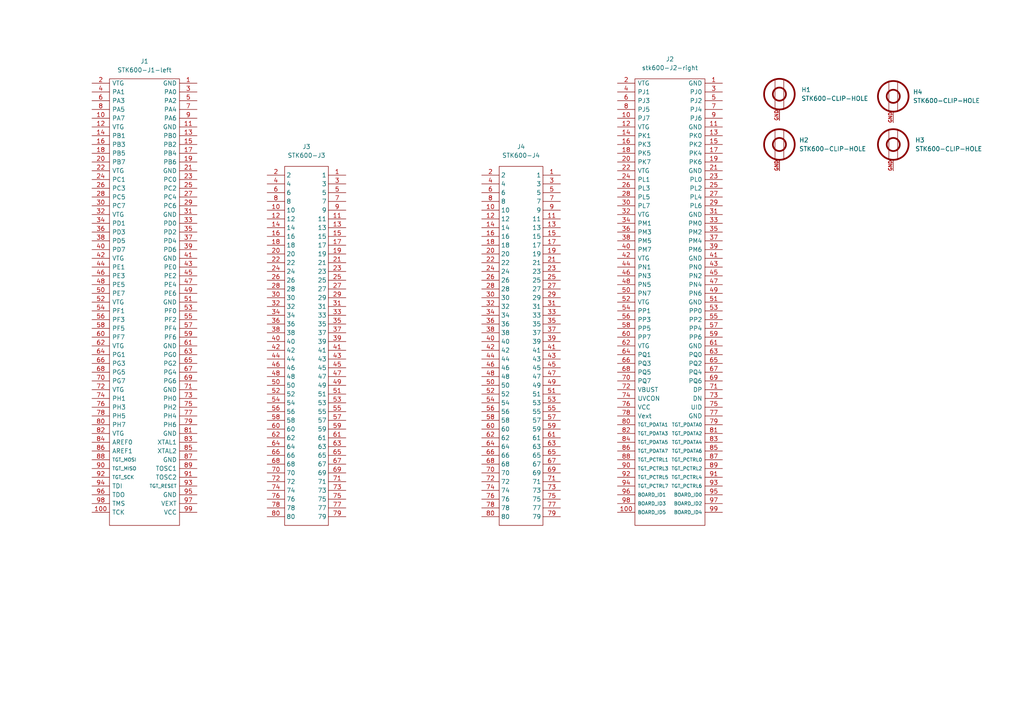
<source format=kicad_sch>
(kicad_sch (version 20211123) (generator eeschema)
  (paper "A4")
  (lib_symbols
    (symbol "my_symbols:STK600-CLIP-HOLE"
      (property "Reference" "H" (at 0 0 0))
      (property "Value" "STK600-CLIP-HOLE" (at 0 -1.905 0))
      (symbol "STK600-CLIP-HOLE_0_1"
        (rectangle (start -1.27 -4.445) (end 1.27 -13.335))
        (circle (center 0 -8.89) (radius 1.905) (stroke (width 0.5)))
        (circle (center 0 -8.89) (radius 4.445) (stroke (width 0.5)))
      )
      (symbol "STK600-CLIP-HOLE_1_1"
        (pin input line (at 0 -16.51 90) (length 3) (name "") (number "GND"))
      )
    )
    (symbol "my_symbols:STK600-J1-left" (pin_names (offset 0.762))
      (property "Reference" "J" (at 14.605 1.27 0))
      (property "Value" "STK600-J1-left" (at 14.605 -1.27 0))
      (symbol "STK600-J1-left_0_0"
        (pin passive line (at 37.465 -4.445 180) (length 5.08) (name "GND") (number "1"))
        (pin passive line (at 6.985 -14.605 0) (length 5.08) (name "PA7") (number "10"))
        (pin passive line (at 6.985 -128.905 0) (length 5.08) (name "TCK") (number "100"))
        (pin passive line (at 37.465 -17.145 180) (length 5.08) (name "GND") (number "11"))
        (pin passive line (at 6.985 -17.145 0) (length 5.08) (name "VTG") (number "12"))
        (pin passive line (at 37.465 -19.685 180) (length 5.08) (name "PB0") (number "13"))
        (pin passive line (at 6.985 -19.685 0) (length 5.08) (name "PB1") (number "14"))
        (pin passive line (at 37.465 -22.225 180) (length 5.08) (name "PB2") (number "15"))
        (pin passive line (at 6.985 -22.225 0) (length 5.08) (name "PB3") (number "16"))
        (pin passive line (at 37.465 -24.765 180) (length 5.08) (name "PB4") (number "17"))
        (pin passive line (at 6.985 -24.765 0) (length 5.08) (name "PB5") (number "18"))
        (pin passive line (at 37.465 -27.305 180) (length 5.08) (name "PB6") (number "19"))
        (pin passive line (at 6.985 -4.445 0) (length 5.08) (name "VTG") (number "2"))
        (pin passive line (at 6.985 -27.305 0) (length 5.08) (name "PB7") (number "20"))
        (pin passive line (at 37.465 -29.845 180) (length 5.08) (name "GND") (number "21"))
        (pin passive line (at 6.985 -29.845 0) (length 5.08) (name "VTG") (number "22"))
        (pin passive line (at 37.465 -32.385 180) (length 5.08) (name "PC0") (number "23"))
        (pin passive line (at 6.985 -32.385 0) (length 5.08) (name "PC1") (number "24"))
        (pin passive line (at 37.465 -34.925 180) (length 5.08) (name "PC2") (number "25"))
        (pin passive line (at 6.985 -34.925 0) (length 5.08) (name "PC3") (number "26"))
        (pin passive line (at 37.465 -37.465 180) (length 5.08) (name "PC4") (number "27"))
        (pin passive line (at 6.985 -37.465 0) (length 5.08) (name "PC5") (number "28"))
        (pin passive line (at 37.465 -40.005 180) (length 5.08) (name "PC6") (number "29"))
        (pin passive line (at 37.465 -6.985 180) (length 5.08) (name "PA0") (number "3"))
        (pin passive line (at 6.985 -40.005 0) (length 5.08) (name "PC7") (number "30"))
        (pin passive line (at 37.465 -42.545 180) (length 5.08) (name "GND") (number "31"))
        (pin passive line (at 6.985 -42.545 0) (length 5.08) (name "VTG") (number "32"))
        (pin passive line (at 37.465 -45.085 180) (length 5.08) (name "PD0") (number "33"))
        (pin passive line (at 6.985 -45.085 0) (length 5.08) (name "PD1") (number "34"))
        (pin passive line (at 37.465 -47.625 180) (length 5.08) (name "PD2") (number "35"))
        (pin passive line (at 6.985 -47.625 0) (length 5.08) (name "PD3") (number "36"))
        (pin passive line (at 37.465 -50.165 180) (length 5.08) (name "PD4") (number "37"))
        (pin passive line (at 6.985 -50.165 0) (length 5.08) (name "PD5") (number "38"))
        (pin passive line (at 37.465 -52.705 180) (length 5.08) (name "PD6") (number "39"))
        (pin passive line (at 6.985 -6.985 0) (length 5.08) (name "PA1") (number "4"))
        (pin passive line (at 6.985 -52.705 0) (length 5.08) (name "PD7") (number "40"))
        (pin passive line (at 37.465 -55.245 180) (length 5.08) (name "GND") (number "41"))
        (pin passive line (at 6.985 -55.245 0) (length 5.08) (name "VTG") (number "42"))
        (pin passive line (at 37.465 -57.785 180) (length 5.08) (name "PE0") (number "43"))
        (pin passive line (at 6.985 -57.785 0) (length 5.08) (name "PE1") (number "44"))
        (pin passive line (at 37.465 -60.325 180) (length 5.08) (name "PE2") (number "45"))
        (pin passive line (at 6.985 -60.325 0) (length 5.08) (name "PE3") (number "46"))
        (pin passive line (at 37.465 -62.865 180) (length 5.08) (name "PE4") (number "47"))
        (pin passive line (at 6.985 -62.865 0) (length 5.08) (name "PE5") (number "48"))
        (pin passive line (at 37.465 -65.405 180) (length 5.08) (name "PE6") (number "49"))
        (pin passive line (at 37.465 -9.525 180) (length 5.08) (name "PA2") (number "5"))
        (pin passive line (at 6.985 -65.405 0) (length 5.08) (name "PE7") (number "50"))
        (pin passive line (at 37.465 -67.945 180) (length 5.08) (name "GND") (number "51"))
        (pin passive line (at 6.985 -67.945 0) (length 5.08) (name "VTG") (number "52"))
        (pin passive line (at 37.465 -70.485 180) (length 5.08) (name "PF0") (number "53"))
        (pin passive line (at 6.985 -70.485 0) (length 5.08) (name "PF1") (number "54"))
        (pin passive line (at 37.465 -73.025 180) (length 5.08) (name "PF2") (number "55"))
        (pin passive line (at 6.985 -73.025 0) (length 5.08) (name "PF3") (number "56"))
        (pin passive line (at 37.465 -75.565 180) (length 5.08) (name "PF4") (number "57"))
        (pin passive line (at 6.985 -75.565 0) (length 5.08) (name "PF5") (number "58"))
        (pin passive line (at 37.465 -78.105 180) (length 5.08) (name "PF6") (number "59"))
        (pin passive line (at 6.985 -9.525 0) (length 5.08) (name "PA3") (number "6"))
        (pin passive line (at 6.985 -78.105 0) (length 5.08) (name "PF7") (number "60"))
        (pin passive line (at 37.465 -80.645 180) (length 5.08) (name "GND") (number "61"))
        (pin passive line (at 6.985 -80.645 0) (length 5.08) (name "VTG") (number "62"))
        (pin passive line (at 37.465 -83.185 180) (length 5.08) (name "PG0") (number "63"))
        (pin passive line (at 6.985 -83.185 0) (length 5.08) (name "PG1") (number "64"))
        (pin passive line (at 37.465 -85.725 180) (length 5.08) (name "PG2") (number "65"))
        (pin passive line (at 6.985 -85.725 0) (length 5.08) (name "PG3") (number "66"))
        (pin passive line (at 37.465 -88.265 180) (length 5.08) (name "PG4") (number "67"))
        (pin passive line (at 6.985 -88.265 0) (length 5.08) (name "PG5") (number "68"))
        (pin passive line (at 37.465 -90.805 180) (length 5.08) (name "PG6") (number "69"))
        (pin passive line (at 37.465 -12.065 180) (length 5.08) (name "PA4") (number "7"))
        (pin passive line (at 6.985 -90.805 0) (length 5.08) (name "PG7") (number "70"))
        (pin passive line (at 37.465 -93.345 180) (length 5.08) (name "GND") (number "71"))
        (pin passive line (at 6.985 -93.345 0) (length 5.08) (name "VTG") (number "72"))
        (pin passive line (at 37.465 -95.885 180) (length 5.08) (name "PH0") (number "73"))
        (pin passive line (at 6.985 -95.885 0) (length 5.08) (name "PH1") (number "74"))
        (pin passive line (at 37.465 -98.425 180) (length 5.08) (name "PH2") (number "75"))
        (pin passive line (at 6.985 -98.425 0) (length 5.08) (name "PH3") (number "76"))
        (pin passive line (at 37.465 -100.965 180) (length 5.08) (name "PH4") (number "77"))
        (pin passive line (at 6.985 -100.965 0) (length 5.08) (name "PH5") (number "78"))
        (pin passive line (at 37.465 -103.505 180) (length 5.08) (name "PH6") (number "79"))
        (pin passive line (at 6.985 -12.065 0) (length 5.08) (name "PA5") (number "8"))
        (pin passive line (at 6.985 -103.505 0) (length 5.08) (name "PH7") (number "80"))
        (pin passive line (at 37.465 -106.045 180) (length 5.08) (name "GND") (number "81"))
        (pin passive line (at 6.985 -106.045 0) (length 5.08) (name "VTG") (number "82"))
        (pin passive line (at 37.465 -108.585 180) (length 5.08) (name "XTAL1") (number "83"))
        (pin passive line (at 6.985 -108.585 0) (length 5.08) (name "AREF0") (number "84"))
        (pin passive line (at 37.465 -111.125 180) (length 5.08) (name "XTAL2") (number "85"))
        (pin passive line (at 6.985 -111.125 0) (length 5.08) (name "AREF1") (number "86"))
        (pin passive line (at 37.465 -113.665 180) (length 5.08) (name "GND") (number "87"))
        (pin passive line (at 6.985 -113.665 0) (length 5.08) (name "TGT_MOSI") (number "88"))
        (pin passive line (at 37.465 -116.205 180) (length 5.08) (name "TOSC1") (number "89"))
        (pin passive line (at 37.465 -14.605 180) (length 5.08) (name "PA6") (number "9"))
        (pin passive line (at 6.985 -116.205 0) (length 5.08) (name "TGT_MISO") (number "90"))
        (pin passive line (at 37.465 -118.745 180) (length 5.08) (name "TOSC2") (number "91"))
        (pin passive line (at 6.985 -118.745 0) (length 5.08) (name "TGT_SCK") (number "92"))
        (pin passive line (at 37.465 -121.285 180) (length 5.08) (name "TGT_RESET") (number "93"))
        (pin passive line (at 6.985 -121.285 0) (length 5.08) (name "TDI") (number "94"))
        (pin passive line (at 37.465 -123.825 180) (length 5.08) (name "GND") (number "95"))
        (pin passive line (at 6.985 -123.825 0) (length 5.08) (name "TDO") (number "96"))
        (pin passive line (at 37.465 -126.365 180) (length 5.08) (name "VEXT") (number "97"))
        (pin passive line (at 6.985 -126.365 0) (length 5.08) (name "TMS") (number "98"))
        (pin passive line (at 37.465 -128.905 180) (length 5.08) (name "VCC") (number "99"))
      )
      (symbol "STK600-J1-left_0_1"
        (polyline (pts (xy 12.065 -3.175) (xy 32.385 -3.175) (xy 32.385 -132.715) (xy 12.065 -132.715) (xy 12.065 -3.175)) (stroke (width 0.1524)))
      )
    )
    (symbol "my_symbols:STK600-J3"
      (property "Reference" "J" (at 0 -1.905 0))
      (property "Value" "STK600-J3" (at 0 -3.81 0))
      (symbol "STK600-J3_0_0"
        (pin passive line (at 11.43 -7.62 180) (length 5.08) (name "1") (number "1"))
        (pin passive line (at -11.43 -17.78 0) (length 5.08) (name "10") (number "10"))
        (pin passive line (at 11.43 -20.32 180) (length 5.08) (name "11") (number "11"))
        (pin passive line (at -11.43 -20.32 0) (length 5.08) (name "12") (number "12"))
        (pin passive line (at 11.43 -22.86 180) (length 5.08) (name "13") (number "13"))
        (pin passive line (at -11.43 -22.86 0) (length 5.08) (name "14") (number "14"))
        (pin passive line (at 11.43 -25.4 180) (length 5.08) (name "15") (number "15"))
        (pin passive line (at -11.43 -25.4 0) (length 5.08) (name "16") (number "16"))
        (pin passive line (at 11.43 -27.94 180) (length 5.08) (name "17") (number "17"))
        (pin passive line (at -11.43 -27.94 0) (length 5.08) (name "18") (number "18"))
        (pin passive line (at 11.43 -30.48 180) (length 5.08) (name "19") (number "19"))
        (pin passive line (at -11.43 -7.62 0) (length 5.08) (name "2") (number "2"))
        (pin passive line (at -11.43 -30.48 0) (length 5.08) (name "20") (number "20"))
        (pin passive line (at 11.43 -33.02 180) (length 5.08) (name "21") (number "21"))
        (pin passive line (at -11.43 -33.02 0) (length 5.08) (name "22") (number "22"))
        (pin passive line (at 11.43 -35.56 180) (length 5.08) (name "23") (number "23"))
        (pin passive line (at -11.43 -35.56 0) (length 5.08) (name "24") (number "24"))
        (pin passive line (at 11.43 -38.1 180) (length 5.08) (name "25") (number "25"))
        (pin passive line (at -11.43 -38.1 0) (length 5.08) (name "26") (number "26"))
        (pin passive line (at 11.43 -40.64 180) (length 5.08) (name "27") (number "27"))
        (pin passive line (at -11.43 -40.64 0) (length 5.08) (name "28") (number "28"))
        (pin passive line (at 11.43 -43.18 180) (length 5.08) (name "29") (number "29"))
        (pin passive line (at 11.43 -10.16 180) (length 5.08) (name "3") (number "3"))
        (pin passive line (at -11.43 -43.18 0) (length 5.08) (name "30") (number "30"))
        (pin passive line (at 11.43 -45.72 180) (length 5.08) (name "31") (number "31"))
        (pin passive line (at -11.43 -45.72 0) (length 5.08) (name "32") (number "32"))
        (pin passive line (at 11.43 -48.26 180) (length 5.08) (name "33") (number "33"))
        (pin passive line (at -11.43 -48.26 0) (length 5.08) (name "34") (number "34"))
        (pin passive line (at 11.43 -50.8 180) (length 5.08) (name "35") (number "35"))
        (pin passive line (at -11.43 -50.8 0) (length 5.08) (name "36") (number "36"))
        (pin passive line (at 11.43 -53.34 180) (length 5.08) (name "37") (number "37"))
        (pin passive line (at -11.43 -53.34 0) (length 5.08) (name "38") (number "38"))
        (pin passive line (at 11.43 -55.88 180) (length 5.08) (name "39") (number "39"))
        (pin passive line (at -11.43 -10.16 0) (length 5.08) (name "4") (number "4"))
        (pin passive line (at -11.43 -55.88 0) (length 5.08) (name "40") (number "40"))
        (pin passive line (at 11.43 -58.42 180) (length 5.08) (name "41") (number "41"))
        (pin passive line (at -11.43 -58.42 0) (length 5.08) (name "42") (number "42"))
        (pin passive line (at 11.43 -60.96 180) (length 5.08) (name "43") (number "43"))
        (pin passive line (at -11.43 -60.96 0) (length 5.08) (name "44") (number "44"))
        (pin passive line (at 11.43 -63.5 180) (length 5.08) (name "45") (number "45"))
        (pin passive line (at -11.43 -63.5 0) (length 5.08) (name "46") (number "46"))
        (pin passive line (at 11.43 -66.04 180) (length 5.08) (name "47") (number "47"))
        (pin passive line (at -11.43 -66.04 0) (length 5.08) (name "48") (number "48"))
        (pin passive line (at 11.43 -68.58 180) (length 5.08) (name "49") (number "49"))
        (pin passive line (at 11.43 -12.7 180) (length 5.08) (name "5") (number "5"))
        (pin passive line (at -11.43 -68.58 0) (length 5.08) (name "50") (number "50"))
        (pin passive line (at 11.43 -71.12 180) (length 5.08) (name "51") (number "51"))
        (pin passive line (at -11.43 -71.12 0) (length 5.08) (name "52") (number "52"))
        (pin passive line (at 11.43 -73.66 180) (length 5.08) (name "53") (number "53"))
        (pin passive line (at -11.43 -73.66 0) (length 5.08) (name "54") (number "54"))
        (pin passive line (at 11.43 -76.2 180) (length 5.08) (name "55") (number "55"))
        (pin passive line (at -11.43 -76.2 0) (length 5.08) (name "56") (number "56"))
        (pin passive line (at 11.43 -78.74 180) (length 5.08) (name "57") (number "57"))
        (pin passive line (at -11.43 -78.74 0) (length 5.08) (name "58") (number "58"))
        (pin passive line (at 11.43 -81.28 180) (length 5.08) (name "59") (number "59"))
        (pin passive line (at -11.43 -12.7 0) (length 5.08) (name "6") (number "6"))
        (pin passive line (at -11.43 -81.28 0) (length 5.08) (name "60") (number "60"))
        (pin passive line (at 11.43 -83.82 180) (length 5.08) (name "61") (number "61"))
        (pin passive line (at -11.43 -83.82 0) (length 5.08) (name "62") (number "62"))
        (pin passive line (at 11.43 -86.36 180) (length 5.08) (name "63") (number "63"))
        (pin passive line (at -11.43 -86.36 0) (length 5.08) (name "64") (number "64"))
        (pin passive line (at 11.43 -88.9 180) (length 5.08) (name "65") (number "65"))
        (pin passive line (at -11.43 -88.9 0) (length 5.08) (name "66") (number "66"))
        (pin passive line (at 11.43 -91.44 180) (length 5.08) (name "67") (number "67"))
        (pin passive line (at -11.43 -91.44 0) (length 5.08) (name "68") (number "68"))
        (pin passive line (at 11.43 -93.98 180) (length 5.08) (name "69") (number "69"))
        (pin passive line (at 11.43 -15.24 180) (length 5.08) (name "7") (number "7"))
        (pin passive line (at -11.43 -93.98 0) (length 5.08) (name "70") (number "70"))
        (pin passive line (at 11.43 -96.52 180) (length 5.08) (name "71") (number "71"))
        (pin passive line (at -11.43 -96.52 0) (length 5.08) (name "72") (number "72"))
        (pin passive line (at 11.43 -99.06 180) (length 5.08) (name "73") (number "73"))
        (pin passive line (at -11.43 -99.06 0) (length 5.08) (name "74") (number "74"))
        (pin passive line (at 11.43 -101.6 180) (length 5.08) (name "75") (number "75"))
        (pin passive line (at -11.43 -101.6 0) (length 5.08) (name "76") (number "76"))
        (pin passive line (at 11.43 -104.14 180) (length 5.08) (name "77") (number "77"))
        (pin passive line (at -11.43 -104.14 0) (length 5.08) (name "78") (number "78"))
        (pin passive line (at 11.43 -106.68 180) (length 5.08) (name "79") (number "79"))
        (pin passive line (at -11.43 -15.24 0) (length 5.08) (name "8") (number "8"))
        (pin passive line (at -11.43 -106.68 0) (length 5.08) (name "80") (number "80"))
        (pin passive line (at 11.43 -17.78 180) (length 5.08) (name "9") (number "9"))
      )
      (symbol "STK600-J3_0_1"
        (polyline (pts (xy -6.35 -5.08) (xy 6.35 -5.08) (xy 6.35 -109.22) (xy -6.35 -109.22) (xy -6.35 -5.08)) (stroke (width 0.1524)))
      )
    )
    (symbol "my_symbols:STK600-J4"
      (property "Reference" "J" (at 0 -1.905 0))
      (property "Value" "STK600-J4" (at 0 -3.81 0))
      (symbol "STK600-J4_0_0"
        (pin passive line (at 11.43 -7.62 180) (length 5.08) (name "1") (number "1"))
        (pin passive line (at -11.43 -17.78 0) (length 5.08) (name "10") (number "10"))
        (pin passive line (at 11.43 -20.32 180) (length 5.08) (name "11") (number "11"))
        (pin passive line (at -11.43 -20.32 0) (length 5.08) (name "12") (number "12"))
        (pin passive line (at 11.43 -22.86 180) (length 5.08) (name "13") (number "13"))
        (pin passive line (at -11.43 -22.86 0) (length 5.08) (name "14") (number "14"))
        (pin passive line (at 11.43 -25.4 180) (length 5.08) (name "15") (number "15"))
        (pin passive line (at -11.43 -25.4 0) (length 5.08) (name "16") (number "16"))
        (pin passive line (at 11.43 -27.94 180) (length 5.08) (name "17") (number "17"))
        (pin passive line (at -11.43 -27.94 0) (length 5.08) (name "18") (number "18"))
        (pin passive line (at 11.43 -30.48 180) (length 5.08) (name "19") (number "19"))
        (pin passive line (at -11.43 -7.62 0) (length 5.08) (name "2") (number "2"))
        (pin passive line (at -11.43 -30.48 0) (length 5.08) (name "20") (number "20"))
        (pin passive line (at 11.43 -33.02 180) (length 5.08) (name "21") (number "21"))
        (pin passive line (at -11.43 -33.02 0) (length 5.08) (name "22") (number "22"))
        (pin passive line (at 11.43 -35.56 180) (length 5.08) (name "23") (number "23"))
        (pin passive line (at -11.43 -35.56 0) (length 5.08) (name "24") (number "24"))
        (pin passive line (at 11.43 -38.1 180) (length 5.08) (name "25") (number "25"))
        (pin passive line (at -11.43 -38.1 0) (length 5.08) (name "26") (number "26"))
        (pin passive line (at 11.43 -40.64 180) (length 5.08) (name "27") (number "27"))
        (pin passive line (at -11.43 -40.64 0) (length 5.08) (name "28") (number "28"))
        (pin passive line (at 11.43 -43.18 180) (length 5.08) (name "29") (number "29"))
        (pin passive line (at 11.43 -10.16 180) (length 5.08) (name "3") (number "3"))
        (pin passive line (at -11.43 -43.18 0) (length 5.08) (name "30") (number "30"))
        (pin passive line (at 11.43 -45.72 180) (length 5.08) (name "31") (number "31"))
        (pin passive line (at -11.43 -45.72 0) (length 5.08) (name "32") (number "32"))
        (pin passive line (at 11.43 -48.26 180) (length 5.08) (name "33") (number "33"))
        (pin passive line (at -11.43 -48.26 0) (length 5.08) (name "34") (number "34"))
        (pin passive line (at 11.43 -50.8 180) (length 5.08) (name "35") (number "35"))
        (pin passive line (at -11.43 -50.8 0) (length 5.08) (name "36") (number "36"))
        (pin passive line (at 11.43 -53.34 180) (length 5.08) (name "37") (number "37"))
        (pin passive line (at -11.43 -53.34 0) (length 5.08) (name "38") (number "38"))
        (pin passive line (at 11.43 -55.88 180) (length 5.08) (name "39") (number "39"))
        (pin passive line (at -11.43 -10.16 0) (length 5.08) (name "4") (number "4"))
        (pin passive line (at -11.43 -55.88 0) (length 5.08) (name "40") (number "40"))
        (pin passive line (at 11.43 -58.42 180) (length 5.08) (name "41") (number "41"))
        (pin passive line (at -11.43 -58.42 0) (length 5.08) (name "42") (number "42"))
        (pin passive line (at 11.43 -60.96 180) (length 5.08) (name "43") (number "43"))
        (pin passive line (at -11.43 -60.96 0) (length 5.08) (name "44") (number "44"))
        (pin passive line (at 11.43 -63.5 180) (length 5.08) (name "45") (number "45"))
        (pin passive line (at -11.43 -63.5 0) (length 5.08) (name "46") (number "46"))
        (pin passive line (at 11.43 -66.04 180) (length 5.08) (name "47") (number "47"))
        (pin passive line (at -11.43 -66.04 0) (length 5.08) (name "48") (number "48"))
        (pin passive line (at 11.43 -68.58 180) (length 5.08) (name "49") (number "49"))
        (pin passive line (at 11.43 -12.7 180) (length 5.08) (name "5") (number "5"))
        (pin passive line (at -11.43 -68.58 0) (length 5.08) (name "50") (number "50"))
        (pin passive line (at 11.43 -71.12 180) (length 5.08) (name "51") (number "51"))
        (pin passive line (at -11.43 -71.12 0) (length 5.08) (name "52") (number "52"))
        (pin passive line (at 11.43 -73.66 180) (length 5.08) (name "53") (number "53"))
        (pin passive line (at -11.43 -73.66 0) (length 5.08) (name "54") (number "54"))
        (pin passive line (at 11.43 -76.2 180) (length 5.08) (name "55") (number "55"))
        (pin passive line (at -11.43 -76.2 0) (length 5.08) (name "56") (number "56"))
        (pin passive line (at 11.43 -78.74 180) (length 5.08) (name "57") (number "57"))
        (pin passive line (at -11.43 -78.74 0) (length 5.08) (name "58") (number "58"))
        (pin passive line (at 11.43 -81.28 180) (length 5.08) (name "59") (number "59"))
        (pin passive line (at -11.43 -12.7 0) (length 5.08) (name "6") (number "6"))
        (pin passive line (at -11.43 -81.28 0) (length 5.08) (name "60") (number "60"))
        (pin passive line (at 11.43 -83.82 180) (length 5.08) (name "61") (number "61"))
        (pin passive line (at -11.43 -83.82 0) (length 5.08) (name "62") (number "62"))
        (pin passive line (at 11.43 -86.36 180) (length 5.08) (name "63") (number "63"))
        (pin passive line (at -11.43 -86.36 0) (length 5.08) (name "64") (number "64"))
        (pin passive line (at 11.43 -88.9 180) (length 5.08) (name "65") (number "65"))
        (pin passive line (at -11.43 -88.9 0) (length 5.08) (name "66") (number "66"))
        (pin passive line (at 11.43 -91.44 180) (length 5.08) (name "67") (number "67"))
        (pin passive line (at -11.43 -91.44 0) (length 5.08) (name "68") (number "68"))
        (pin passive line (at 11.43 -93.98 180) (length 5.08) (name "69") (number "69"))
        (pin passive line (at 11.43 -15.24 180) (length 5.08) (name "7") (number "7"))
        (pin passive line (at -11.43 -93.98 0) (length 5.08) (name "70") (number "70"))
        (pin passive line (at 11.43 -96.52 180) (length 5.08) (name "71") (number "71"))
        (pin passive line (at -11.43 -96.52 0) (length 5.08) (name "72") (number "72"))
        (pin passive line (at 11.43 -99.06 180) (length 5.08) (name "73") (number "73"))
        (pin passive line (at -11.43 -99.06 0) (length 5.08) (name "74") (number "74"))
        (pin passive line (at 11.43 -101.6 180) (length 5.08) (name "75") (number "75"))
        (pin passive line (at -11.43 -101.6 0) (length 5.08) (name "76") (number "76"))
        (pin passive line (at 11.43 -104.14 180) (length 5.08) (name "77") (number "77"))
        (pin passive line (at -11.43 -104.14 0) (length 5.08) (name "78") (number "78"))
        (pin passive line (at 11.43 -106.68 180) (length 5.08) (name "79") (number "79"))
        (pin passive line (at -11.43 -15.24 0) (length 5.08) (name "8") (number "8"))
        (pin passive line (at -11.43 -106.68 0) (length 5.08) (name "80") (number "80"))
        (pin passive line (at 11.43 -17.78 180) (length 5.08) (name "9") (number "9"))
      )
      (symbol "STK600-J4_0_1"
        (polyline (pts (xy -6.35 -5.08) (xy 6.35 -5.08) (xy 6.35 -109.22) (xy -6.35 -109.22) (xy -6.35 -5.08)) (stroke (width 0.1524)))
      )
    )
    (symbol "my_symbols:stk600-J2-right" (pin_names (offset 0.762))
      (property "Reference" "J" (at 3.81 7.62 0))
      (property "Value" "stk600-J2-right" (at 3.81 5.08 0))
      (symbol "stk600-J2-right_0_0"
        (pin passive line (at 30.48 0 180) (length 5.08) (name "GND") (number "1"))
        (pin passive line (at 0 -10.16 0) (length 5.08) (name "PJ7") (number "10"))
        (pin passive line (at 0 -124.46 0) (length 5.08) (name "BOARD_ID5") (number "100"))
        (pin passive line (at 30.48 -12.7 180) (length 5.08) (name "GND") (number "11"))
        (pin passive line (at 0 -12.7 0) (length 5.08) (name "VTG") (number "12"))
        (pin passive line (at 30.48 -15.24 180) (length 5.08) (name "PK0") (number "13"))
        (pin passive line (at 0 -15.24 0) (length 5.08) (name "PK1") (number "14"))
        (pin passive line (at 30.48 -17.78 180) (length 5.08) (name "PK2") (number "15"))
        (pin passive line (at 0 -17.78 0) (length 5.08) (name "PK3") (number "16"))
        (pin passive line (at 30.48 -20.32 180) (length 5.08) (name "PK4") (number "17"))
        (pin passive line (at 0 -20.32 0) (length 5.08) (name "PK5") (number "18"))
        (pin passive line (at 30.48 -22.86 180) (length 5.08) (name "PK6") (number "19"))
        (pin passive line (at 0 0 0) (length 5.08) (name "VTG") (number "2"))
        (pin passive line (at 0 -22.86 0) (length 5.08) (name "PK7") (number "20"))
        (pin passive line (at 30.48 -25.4 180) (length 5.08) (name "GND") (number "21"))
        (pin passive line (at 0 -25.4 0) (length 5.08) (name "VTG") (number "22"))
        (pin passive line (at 30.48 -27.94 180) (length 5.08) (name "PL0") (number "23"))
        (pin passive line (at 0 -27.94 0) (length 5.08) (name "PL1") (number "24"))
        (pin passive line (at 30.48 -30.48 180) (length 5.08) (name "PL2") (number "25"))
        (pin passive line (at 0 -30.48 0) (length 5.08) (name "PL3") (number "26"))
        (pin passive line (at 30.48 -33.02 180) (length 5.08) (name "PL4") (number "27"))
        (pin passive line (at 0 -33.02 0) (length 5.08) (name "PL5") (number "28"))
        (pin passive line (at 30.48 -35.56 180) (length 5.08) (name "PL6") (number "29"))
        (pin passive line (at 30.48 -2.54 180) (length 5.08) (name "PJ0") (number "3"))
        (pin passive line (at 0 -35.56 0) (length 5.08) (name "PL7") (number "30"))
        (pin passive line (at 30.48 -38.1 180) (length 5.08) (name "GND") (number "31"))
        (pin passive line (at 0 -38.1 0) (length 5.08) (name "VTG") (number "32"))
        (pin passive line (at 30.48 -40.64 180) (length 5.08) (name "PM0") (number "33"))
        (pin passive line (at 0 -40.64 0) (length 5.08) (name "PM1") (number "34"))
        (pin passive line (at 30.48 -43.18 180) (length 5.08) (name "PM2") (number "35"))
        (pin passive line (at 0 -43.18 0) (length 5.08) (name "PM3") (number "36"))
        (pin passive line (at 30.48 -45.72 180) (length 5.08) (name "PM4") (number "37"))
        (pin passive line (at 0 -45.72 0) (length 5.08) (name "PM5") (number "38"))
        (pin passive line (at 30.48 -48.26 180) (length 5.08) (name "PM6") (number "39"))
        (pin passive line (at 0 -2.54 0) (length 5.08) (name "PJ1") (number "4"))
        (pin passive line (at 0 -48.26 0) (length 5.08) (name "PM7") (number "40"))
        (pin passive line (at 30.48 -50.8 180) (length 5.08) (name "GND") (number "41"))
        (pin passive line (at 0 -50.8 0) (length 5.08) (name "VTG") (number "42"))
        (pin passive line (at 30.48 -53.34 180) (length 5.08) (name "PN0") (number "43"))
        (pin passive line (at 0 -53.34 0) (length 5.08) (name "PN1") (number "44"))
        (pin passive line (at 30.48 -55.88 180) (length 5.08) (name "PN2") (number "45"))
        (pin passive line (at 0 -55.88 0) (length 5.08) (name "PN3") (number "46"))
        (pin passive line (at 30.48 -58.42 180) (length 5.08) (name "PN4") (number "47"))
        (pin passive line (at 0 -58.42 0) (length 5.08) (name "PN5") (number "48"))
        (pin passive line (at 30.48 -60.96 180) (length 5.08) (name "PN6") (number "49"))
        (pin passive line (at 30.48 -5.08 180) (length 5.08) (name "PJ2") (number "5"))
        (pin passive line (at 0 -60.96 0) (length 5.08) (name "PN7") (number "50"))
        (pin passive line (at 30.48 -63.5 180) (length 5.08) (name "GND") (number "51"))
        (pin passive line (at 0 -63.5 0) (length 5.08) (name "VTG") (number "52"))
        (pin passive line (at 30.48 -66.04 180) (length 5.08) (name "PP0") (number "53"))
        (pin passive line (at 0 -66.04 0) (length 5.08) (name "PP1") (number "54"))
        (pin passive line (at 30.48 -68.58 180) (length 5.08) (name "PP2") (number "55"))
        (pin passive line (at 0 -68.58 0) (length 5.08) (name "PP3") (number "56"))
        (pin passive line (at 30.48 -71.12 180) (length 5.08) (name "PP4") (number "57"))
        (pin passive line (at 0 -71.12 0) (length 5.08) (name "PP5") (number "58"))
        (pin passive line (at 30.48 -73.66 180) (length 5.08) (name "PP6") (number "59"))
        (pin passive line (at 0 -5.08 0) (length 5.08) (name "PJ3") (number "6"))
        (pin passive line (at 0 -73.66 0) (length 5.08) (name "PP7") (number "60"))
        (pin passive line (at 30.48 -76.2 180) (length 5.08) (name "GND") (number "61"))
        (pin passive line (at 0 -76.2 0) (length 5.08) (name "VTG") (number "62"))
        (pin passive line (at 30.48 -78.74 180) (length 5.08) (name "PQ0") (number "63"))
        (pin passive line (at 0 -78.74 0) (length 5.08) (name "PQ1") (number "64"))
        (pin passive line (at 30.48 -81.28 180) (length 5.08) (name "PQ2") (number "65"))
        (pin passive line (at 0 -81.28 0) (length 5.08) (name "PQ3") (number "66"))
        (pin passive line (at 30.48 -83.82 180) (length 5.08) (name "PQ4") (number "67"))
        (pin passive line (at 0 -83.82 0) (length 5.08) (name "PQ5") (number "68"))
        (pin passive line (at 30.48 -86.36 180) (length 5.08) (name "PQ6") (number "69"))
        (pin passive line (at 30.48 -7.62 180) (length 5.08) (name "PJ4") (number "7"))
        (pin passive line (at 0 -86.36 0) (length 5.08) (name "PQ7") (number "70"))
        (pin passive line (at 30.48 -88.9 180) (length 5.08) (name "DP") (number "71"))
        (pin passive line (at 0 -88.9 0) (length 5.08) (name "VBUST") (number "72"))
        (pin passive line (at 30.48 -91.44 180) (length 5.08) (name "DN") (number "73"))
        (pin passive line (at 0 -91.44 0) (length 5.08) (name "UVCON") (number "74"))
        (pin passive line (at 30.48 -93.98 180) (length 5.08) (name "UID") (number "75"))
        (pin passive line (at 0 -93.98 0) (length 5.08) (name "VCC") (number "76"))
        (pin passive line (at 30.48 -96.52 180) (length 5.08) (name "GND") (number "77"))
        (pin passive line (at 0 -96.52 0) (length 5.08) (name "Vext") (number "78"))
        (pin passive line (at 30.48 -99.06 180) (length 5.08) (name "TGT_PDATA0") (number "79"))
        (pin passive line (at 0 -7.62 0) (length 5.08) (name "PJ5") (number "8"))
        (pin passive line (at 0 -99.06 0) (length 5.08) (name "TGT_PDATA1") (number "80"))
        (pin passive line (at 30.48 -101.6 180) (length 5.08) (name "TGT_PDATA2") (number "81"))
        (pin passive line (at 0 -101.6 0) (length 5.08) (name "TGT_PDATA3") (number "82"))
        (pin passive line (at 30.48 -104.14 180) (length 5.08) (name "TGT_PDATA4") (number "83"))
        (pin passive line (at 0 -104.14 0) (length 5.08) (name "TGT_PDATA5") (number "84"))
        (pin passive line (at 30.48 -106.68 180) (length 5.08) (name "TGT_PDATA6") (number "85"))
        (pin passive line (at 0 -106.68 0) (length 5.08) (name "TGT_PDATA7") (number "86"))
        (pin passive line (at 30.48 -109.22 180) (length 5.08) (name "TGT_PCTRL0") (number "87"))
        (pin passive line (at 0 -109.22 0) (length 5.08) (name "TGT_PCTRL1") (number "88"))
        (pin passive line (at 30.48 -111.76 180) (length 5.08) (name "TGT_PCTRL2") (number "89"))
        (pin passive line (at 30.48 -10.16 180) (length 5.08) (name "PJ6") (number "9"))
        (pin passive line (at 0 -111.76 0) (length 5.08) (name "TGT_PCTRL3") (number "90"))
        (pin passive line (at 30.48 -114.3 180) (length 5.08) (name "TGT_PCTRL4") (number "91"))
        (pin passive line (at 0 -114.3 0) (length 5.08) (name "TGT_PCTRL5") (number "92"))
        (pin passive line (at 30.48 -116.84 180) (length 5.08) (name "TGT_PCTRL6") (number "93"))
        (pin passive line (at 0 -116.84 0) (length 5.08) (name "TGT_PCTRL7") (number "94"))
        (pin passive line (at 30.48 -119.38 180) (length 5.08) (name "BOARD_ID0") (number "95"))
        (pin passive line (at 0 -119.38 0) (length 5.08) (name "BOARD_ID1") (number "96"))
        (pin passive line (at 30.48 -121.92 180) (length 5.08) (name "BOARD_ID2") (number "97"))
        (pin passive line (at 0 -121.92 0) (length 5.08) (name "BOARD_ID3") (number "98"))
        (pin passive line (at 30.48 -124.46 180) (length 5.08) (name "BOARD_ID4") (number "99"))
      )
      (symbol "stk600-J2-right_0_1"
        (polyline (pts (xy 5.08 1.27) (xy 25.4 1.27) (xy 25.4 -128.27) (xy 5.08 -128.27) (xy 5.08 1.27)) (stroke (width 0.1524)))
      )
    )
  )
  (symbol (lib_id "my_symbols:STK600-J1-left") (at 19.685 19.685 0) (unit 1)
    (property "Reference" "J1" (at 41.91 17.78 0))
    (property "Value" "STK600-J1-left" (at 41.91 20.32 0))
    (property "Footprint" "my_library:STK600-FSI-100" (effects hide))
  )
  (symbol (lib_id "my_symbols:STK600-J3") (at 88.9 43.18 0) (unit 1)
    (property "Reference" "J3" (at 88.9 42.545 0))
    (property "Value" "STK600-J3" (at 88.9 45.085 0))
    (property "Footprint" "my_library:STK600-FSI-80" (effects hide))
  )
  (symbol (lib_id "my_symbols:STK600-CLIP-HOLE") (at 226.06 33.02 0) (unit 1)
    (property "Reference" "H2" (at 231.775 40.6399 0) (effects (justify left)))
    (property "Value" "STK600-CLIP-HOLE" (at 231.775 43.1799 0) (effects (justify left)))
    (property "Footprint" "my_library:stk600-mounting-hole" (effects hide))
  )
  (symbol (lib_id "my_symbols:stk600-J2-right") (at 179.07 24.13 0) (unit 1)
    (property "Reference" "J2" (at 194.31 17.145 0))
    (property "Value" "stk600-J2-right" (at 194.31 19.685 0))
    (property "Footprint" "my_library:STK600-FSI-100" (effects hide))
  )
  (symbol (lib_id "my_symbols:STK600-J4") (at 151.13 43.18 0) (unit 1)
    (property "Reference" "J4" (at 151.13 42.545 0))
    (property "Value" "STK600-J4" (at 151.13 45.085 0))
    (property "Footprint" "my_library:STK600-FSI-80" (effects hide))
  )
  (symbol (lib_id "my_symbols:STK600-CLIP-HOLE") (at 259.08 19.05 0) (unit 1)
    (property "Reference" "H4" (at 264.795 26.6699 0) (effects (justify left)))
    (property "Value" "STK600-CLIP-HOLE" (at 264.795 29.2099 0) (effects (justify left)))
    (property "Footprint" "my_library:stk600-mounting-hole" (effects hide))
  )
  (symbol (lib_id "my_symbols:STK600-CLIP-HOLE") (at 226.06 18.415 0) (unit 1)
    (property "Reference" "H1" (at 232.41 26.0349 0) (effects (justify left)))
    (property "Value" "STK600-CLIP-HOLE" (at 232.41 28.5749 0) (effects (justify left)))
    (property "Footprint" "my_library:stk600-mounting-hole" (effects hide))
  )
  (symbol (lib_id "my_symbols:STK600-CLIP-HOLE") (at 259.08 33.02 0) (unit 1)
    (property "Reference" "H3" (at 265.43 40.6399 0) (effects (justify left)))
    (property "Value" "STK600-CLIP-HOLE" (at 265.43 43.1799 0) (effects (justify left)))
    (property "Footprint" "my_library:stk600-mounting-hole" (effects hide))
  )
)
</source>
